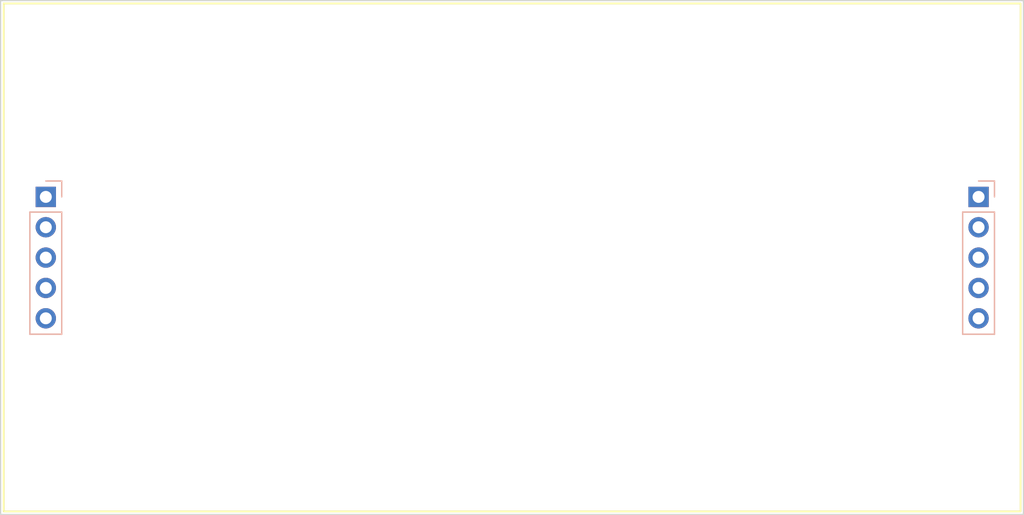
<source format=kicad_pcb>
(kicad_pcb (version 20211014) (generator pcbnew)
  (layers (0 "F.Cu" signal) (31 "B.Cu" signal) (34 "B.Paste" user) (35 "F.Paste" user) (36 "B.SilkS" user "B.Silkscreen") (37 "F.SilkS" user "F.Silkscreen") (38 "B.Mask" user) (39 "F.Mask" user) (44 "Edge.Cuts" user))
  (net 0 "")
  (footprint "Connector_PinHeader_2.54mm:PinHeader_1x05_P2.54mm_Vertical" (layer "B.Cu") (at 138.52854 116.174009 180)
    (fp_text reference "REF**" hide)
    (fp_text value "PinHeader_1x05_P2.54mm_Vertical" hide)
    (fp_line (start -1.33 -1.27) (end -1.33 -11.49) (layer "B.SilkS") (width 0.12))
    (fp_line (start 1.33 -1.27) (end 1.33 -11.49) (layer "B.SilkS") (width 0.12))
    (fp_line (start -1.33 -1.27) (end 1.33 -1.27) (layer "B.SilkS") (width 0.12))
    (fp_line (start -1.33 1.33) (end 0 1.33) (layer "B.SilkS") (width 0.12))
    (fp_line (start -1.33 0) (end -1.33 1.33) (layer "B.SilkS") (width 0.12))
    (fp_line (start -1.33 -11.49) (end 1.33 -11.49) (layer "B.SilkS") (width 0.12))
    (pad "1" thru_hole rect (at 0 0 180) (size 1.7 1.7) (drill 1) (layers *.Cu *.Mask))
    (pad "2" thru_hole oval (at 0 -2.54 180) (size 1.7 1.7) (drill 1) (layers *.Cu *.Mask))
    (pad "3" thru_hole oval (at 0 -5.08 180) (size 1.7 1.7) (drill 1) (layers *.Cu *.Mask))
    (pad "4" thru_hole oval (at 0 -7.62 180) (size 1.7 1.7) (drill 1) (layers *.Cu *.Mask))
    (pad "5" thru_hole oval (at 0 -10.16 180) (size 1.7 1.7) (drill 1) (layers *.Cu *.Mask))
  )
  (footprint "Connector_PinHeader_2.54mm:PinHeader_1x05_P2.54mm_Vertical" (layer "B.Cu") (at 216.5 116.175 180)
    (fp_text reference "REF**" hide)
    (fp_text value "PinHeader_1x05_P2.54mm_Vertical" hide)
    (fp_line (start -1.33 1.33) (end 0 1.33) (layer "B.SilkS") (width 0.12))
    (fp_line (start -1.33 -11.49) (end 1.33 -11.49) (layer "B.SilkS") (width 0.12))
    (fp_line (start -1.33 -1.27) (end -1.33 -11.49) (layer "B.SilkS") (width 0.12))
    (fp_line (start -1.33 -1.27) (end 1.33 -1.27) (layer "B.SilkS") (width 0.12))
    (fp_line (start 1.33 -1.27) (end 1.33 -11.49) (layer "B.SilkS") (width 0.12))
    (fp_line (start -1.33 0) (end -1.33 1.33) (layer "B.SilkS") (width 0.12))
    (pad "1" thru_hole rect (at 0 0 180) (size 1.7 1.7) (drill 1) (layers *.Cu *.Mask))
    (pad "2" thru_hole oval (at 0 -2.54 180) (size 1.7 1.7) (drill 1) (layers *.Cu *.Mask))
    (pad "3" thru_hole oval (at 0 -5.08 180) (size 1.7 1.7) (drill 1) (layers *.Cu *.Mask))
    (pad "4" thru_hole oval (at 0 -7.62 180) (size 1.7 1.7) (drill 1) (layers *.Cu *.Mask))
    (pad "5" thru_hole oval (at 0 -10.16 180) (size 1.7 1.7) (drill 1) (layers *.Cu *.Mask))
  )
  (gr_rect (start 135.011642 99.991632) (end 220.011642 142.491632) (layer "F.SilkS") (width 0.15) (fill none))
  (gr_rect (start 134.75 99.75) (end 220.25 142.75) (layer "Edge.Cuts") (width 0.1) (fill none))
)
</source>
